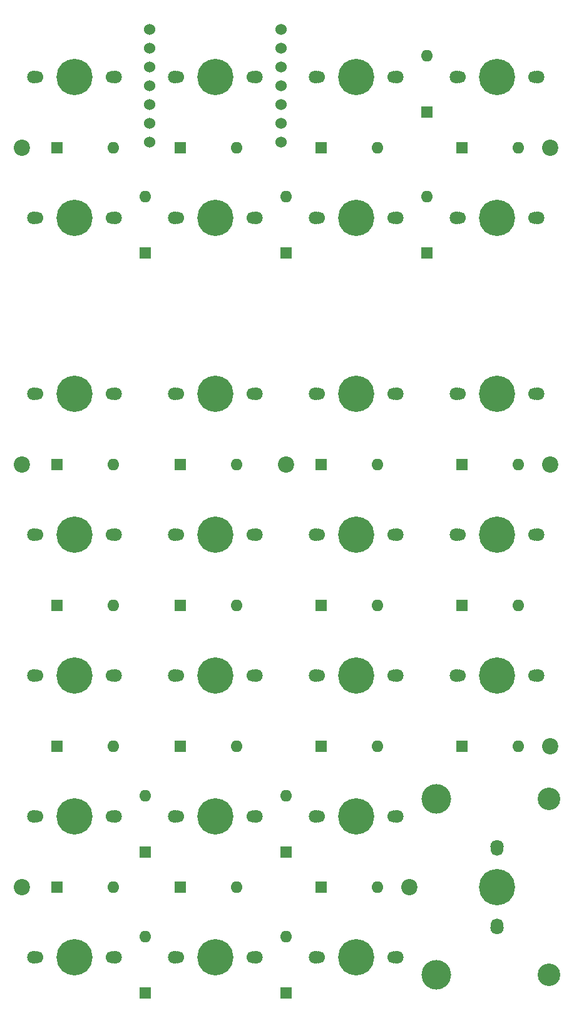
<source format=gbr>
%TF.GenerationSoftware,KiCad,Pcbnew,(7.0.0)*%
%TF.CreationDate,2023-04-04T17:59:29+09:00*%
%TF.ProjectId,fric10key,66726963-3130-46b6-9579-2e6b69636164,rev?*%
%TF.SameCoordinates,Original*%
%TF.FileFunction,Soldermask,Top*%
%TF.FilePolarity,Negative*%
%FSLAX46Y46*%
G04 Gerber Fmt 4.6, Leading zero omitted, Abs format (unit mm)*
G04 Created by KiCad (PCBNEW (7.0.0)) date 2023-04-04 17:59:29*
%MOMM*%
%LPD*%
G01*
G04 APERTURE LIST*
%ADD10R,1.600000X1.600000*%
%ADD11O,1.600000X1.600000*%
%ADD12C,1.800000*%
%ADD13C,1.700000*%
%ADD14C,4.900000*%
%ADD15C,3.050000*%
%ADD16C,4.000000*%
%ADD17C,2.200000*%
%ADD18C,1.524000*%
G04 APERTURE END LIST*
D10*
%TO.C,D8*%
X152399999Y-42862499D03*
D11*
X160019999Y-42862499D03*
%TD*%
D12*
%TO.C,SW23*%
X132612500Y-133350000D03*
D13*
X133032500Y-133350000D03*
D14*
X138112500Y-133350000D03*
D13*
X143192500Y-133350000D03*
D12*
X143612500Y-133350000D03*
%TD*%
%TO.C,SW4*%
X151662500Y-33337500D03*
D13*
X152082500Y-33337500D03*
D14*
X157162500Y-33337500D03*
D13*
X162242500Y-33337500D03*
D12*
X162662500Y-33337500D03*
%TD*%
D10*
%TO.C,D21*%
X97631249Y-142874999D03*
D11*
X105251249Y-142874999D03*
%TD*%
D12*
%TO.C,SW26*%
X113562500Y-152400000D03*
D13*
X113982500Y-152400000D03*
D14*
X119062500Y-152400000D03*
D13*
X124142500Y-152400000D03*
D12*
X124562500Y-152400000D03*
%TD*%
D10*
%TO.C,D6*%
X128587499Y-57149999D03*
D11*
X128587499Y-49529999D03*
%TD*%
D10*
%TO.C,D14*%
X114299999Y-104774999D03*
D11*
X121919999Y-104774999D03*
%TD*%
D10*
%TO.C,D13*%
X97631249Y-104774999D03*
D11*
X105251249Y-104774999D03*
%TD*%
D12*
%TO.C,SW19*%
X132612500Y-114300000D03*
D13*
X133032500Y-114300000D03*
D14*
X138112500Y-114300000D03*
D13*
X143192500Y-114300000D03*
D12*
X143612500Y-114300000D03*
%TD*%
%TO.C,SW14*%
X113562500Y-95250000D03*
D13*
X113982500Y-95250000D03*
D14*
X119062500Y-95250000D03*
D13*
X124142500Y-95250000D03*
D12*
X124562500Y-95250000D03*
%TD*%
D10*
%TO.C,D7*%
X147637499Y-57149999D03*
D11*
X147637499Y-49529999D03*
%TD*%
D12*
%TO.C,SW2*%
X113562500Y-33337500D03*
D13*
X113982500Y-33337500D03*
D14*
X119062500Y-33337500D03*
D13*
X124142500Y-33337500D03*
D12*
X124562500Y-33337500D03*
%TD*%
%TO.C,SW16*%
X151662500Y-95250000D03*
D13*
X152082500Y-95250000D03*
D14*
X157162500Y-95250000D03*
D13*
X162242500Y-95250000D03*
D12*
X162662500Y-95250000D03*
%TD*%
D15*
%TO.C,SW24*%
X164162500Y-130975000D03*
D16*
X148922500Y-130975000D03*
D12*
X157162500Y-137375000D03*
D13*
X157162500Y-137795000D03*
D14*
X157162500Y-142875000D03*
D13*
X157162500Y-147955000D03*
D12*
X157162500Y-148375000D03*
D15*
X164162500Y-154775000D03*
D16*
X148922500Y-154775000D03*
%TD*%
D10*
%TO.C,D12*%
X152399999Y-85724999D03*
D11*
X160019999Y-85724999D03*
%TD*%
D17*
%TO.C,H7*%
X145256250Y-142875000D03*
%TD*%
D12*
%TO.C,SW20*%
X151662500Y-114300000D03*
D13*
X152082500Y-114300000D03*
D14*
X157162500Y-114300000D03*
D13*
X162242500Y-114300000D03*
D12*
X162662500Y-114300000D03*
%TD*%
%TO.C,SW3*%
X132612500Y-33337500D03*
D13*
X133032500Y-33337500D03*
D14*
X138112500Y-33337500D03*
D13*
X143192500Y-33337500D03*
D12*
X143612500Y-33337500D03*
%TD*%
D10*
%TO.C,D5*%
X109537499Y-57149999D03*
D11*
X109537499Y-49529999D03*
%TD*%
D12*
%TO.C,SW12*%
X151662500Y-76200000D03*
D13*
X152082500Y-76200000D03*
D14*
X157162500Y-76200000D03*
D13*
X162242500Y-76200000D03*
D12*
X162662500Y-76200000D03*
%TD*%
%TO.C,SW10*%
X113562500Y-76200000D03*
D13*
X113982500Y-76200000D03*
D14*
X119062500Y-76200000D03*
D13*
X124142500Y-76200000D03*
D12*
X124562500Y-76200000D03*
%TD*%
D17*
%TO.C,H5*%
X164306250Y-85725000D03*
%TD*%
D10*
%TO.C,D1*%
X97631249Y-42862499D03*
D11*
X105251249Y-42862499D03*
%TD*%
D17*
%TO.C,H8*%
X128587500Y-85725000D03*
%TD*%
D10*
%TO.C,D23*%
X128587499Y-138112499D03*
D11*
X128587499Y-130492499D03*
%TD*%
D10*
%TO.C,D26*%
X128587499Y-157162499D03*
D11*
X128587499Y-149542499D03*
%TD*%
D10*
%TO.C,D24*%
X114299999Y-142874999D03*
D11*
X121919999Y-142874999D03*
%TD*%
D10*
%TO.C,D3*%
X133349999Y-42862499D03*
D11*
X140969999Y-42862499D03*
%TD*%
D12*
%TO.C,SW1*%
X94512500Y-33337500D03*
D13*
X94932500Y-33337500D03*
D14*
X100012500Y-33337500D03*
D13*
X105092500Y-33337500D03*
D12*
X105512500Y-33337500D03*
%TD*%
D17*
%TO.C,H6*%
X164306250Y-123825000D03*
%TD*%
D10*
%TO.C,D22*%
X109537499Y-138112499D03*
D11*
X109537499Y-130492499D03*
%TD*%
D12*
%TO.C,SW9*%
X94512500Y-76200000D03*
D13*
X94932500Y-76200000D03*
D14*
X100012500Y-76200000D03*
D13*
X105092500Y-76200000D03*
D12*
X105512500Y-76200000D03*
%TD*%
D10*
%TO.C,D11*%
X133349999Y-85724999D03*
D11*
X140969999Y-85724999D03*
%TD*%
D10*
%TO.C,D4*%
X147637499Y-38099999D03*
D11*
X147637499Y-30479999D03*
%TD*%
D10*
%TO.C,D17*%
X97631249Y-123824999D03*
D11*
X105251249Y-123824999D03*
%TD*%
D12*
%TO.C,SW27*%
X132612500Y-152400000D03*
D13*
X133032500Y-152400000D03*
D14*
X138112500Y-152400000D03*
D13*
X143192500Y-152400000D03*
D12*
X143612500Y-152400000D03*
%TD*%
%TO.C,SW18*%
X113562500Y-114300000D03*
D13*
X113982500Y-114300000D03*
D14*
X119062500Y-114300000D03*
D13*
X124142500Y-114300000D03*
D12*
X124562500Y-114300000D03*
%TD*%
%TO.C,SW11*%
X132612500Y-76200000D03*
D13*
X133032500Y-76200000D03*
D14*
X138112500Y-76200000D03*
D13*
X143192500Y-76200000D03*
D12*
X143612500Y-76200000D03*
%TD*%
D10*
%TO.C,D20*%
X152399999Y-123824999D03*
D11*
X160019999Y-123824999D03*
%TD*%
D12*
%TO.C,SW25*%
X94512500Y-152400000D03*
D13*
X94932500Y-152400000D03*
D14*
X100012500Y-152400000D03*
D13*
X105092500Y-152400000D03*
D12*
X105512500Y-152400000D03*
%TD*%
%TO.C,SW6*%
X113562500Y-52387500D03*
D13*
X113982500Y-52387500D03*
D14*
X119062500Y-52387500D03*
D13*
X124142500Y-52387500D03*
D12*
X124562500Y-52387500D03*
%TD*%
%TO.C,SW15*%
X132612500Y-95250000D03*
D13*
X133032500Y-95250000D03*
D14*
X138112500Y-95250000D03*
D13*
X143192500Y-95250000D03*
D12*
X143612500Y-95250000D03*
%TD*%
%TO.C,SW5*%
X94512500Y-52387500D03*
D13*
X94932500Y-52387500D03*
D14*
X100012500Y-52387500D03*
D13*
X105092500Y-52387500D03*
D12*
X105512500Y-52387500D03*
%TD*%
%TO.C,SW22*%
X113562500Y-133350000D03*
D13*
X113982500Y-133350000D03*
D14*
X119062500Y-133350000D03*
D13*
X124142500Y-133350000D03*
D12*
X124562500Y-133350000D03*
%TD*%
%TO.C,SW17*%
X94512500Y-114300000D03*
D13*
X94932500Y-114300000D03*
D14*
X100012500Y-114300000D03*
D13*
X105092500Y-114300000D03*
D12*
X105512500Y-114300000D03*
%TD*%
D10*
%TO.C,D19*%
X133349999Y-123824999D03*
D11*
X140969999Y-123824999D03*
%TD*%
D10*
%TO.C,D9*%
X97631249Y-85724999D03*
D11*
X105251249Y-85724999D03*
%TD*%
D17*
%TO.C,H2*%
X92868750Y-85725000D03*
%TD*%
D10*
%TO.C,D25*%
X109537499Y-157162499D03*
D11*
X109537499Y-149542499D03*
%TD*%
D10*
%TO.C,D10*%
X114299999Y-85724999D03*
D11*
X121919999Y-85724999D03*
%TD*%
D10*
%TO.C,D15*%
X133349999Y-104774999D03*
D11*
X140969999Y-104774999D03*
%TD*%
D12*
%TO.C,SW13*%
X94512500Y-95250000D03*
D13*
X94932500Y-95250000D03*
D14*
X100012500Y-95250000D03*
D13*
X105092500Y-95250000D03*
D12*
X105512500Y-95250000D03*
%TD*%
D17*
%TO.C,H1*%
X92868750Y-42862500D03*
%TD*%
D10*
%TO.C,D27*%
X133349999Y-142874999D03*
D11*
X140969999Y-142874999D03*
%TD*%
D12*
%TO.C,SW7*%
X132612500Y-52387500D03*
D13*
X133032500Y-52387500D03*
D14*
X138112500Y-52387500D03*
D13*
X143192500Y-52387500D03*
D12*
X143612500Y-52387500D03*
%TD*%
D10*
%TO.C,D16*%
X152399999Y-104774999D03*
D11*
X160019999Y-104774999D03*
%TD*%
D10*
%TO.C,D2*%
X114299999Y-42862499D03*
D11*
X121919999Y-42862499D03*
%TD*%
D17*
%TO.C,H4*%
X164306250Y-42862500D03*
%TD*%
%TO.C,H3*%
X92868750Y-142875000D03*
%TD*%
D12*
%TO.C,SW8*%
X151662500Y-52387500D03*
D13*
X152082500Y-52387500D03*
D14*
X157162500Y-52387500D03*
D13*
X162242500Y-52387500D03*
D12*
X162662500Y-52387500D03*
%TD*%
%TO.C,SW21*%
X94512500Y-133350000D03*
D13*
X94932500Y-133350000D03*
D14*
X100012500Y-133350000D03*
D13*
X105092500Y-133350000D03*
D12*
X105512500Y-133350000D03*
%TD*%
D10*
%TO.C,D18*%
X114299999Y-123824999D03*
D11*
X121919999Y-123824999D03*
%TD*%
D18*
%TO.C,U1*%
X127900000Y-26920000D03*
X127900000Y-29460000D03*
X127900000Y-32000000D03*
X127900000Y-34540000D03*
X127900000Y-37080000D03*
X127900000Y-39620000D03*
X127900000Y-42160000D03*
X110120000Y-42160000D03*
X110120000Y-39620000D03*
X110120000Y-37080000D03*
X110120000Y-34540000D03*
X110120000Y-32000000D03*
X110120000Y-29460000D03*
X110120000Y-26920000D03*
%TD*%
M02*

</source>
